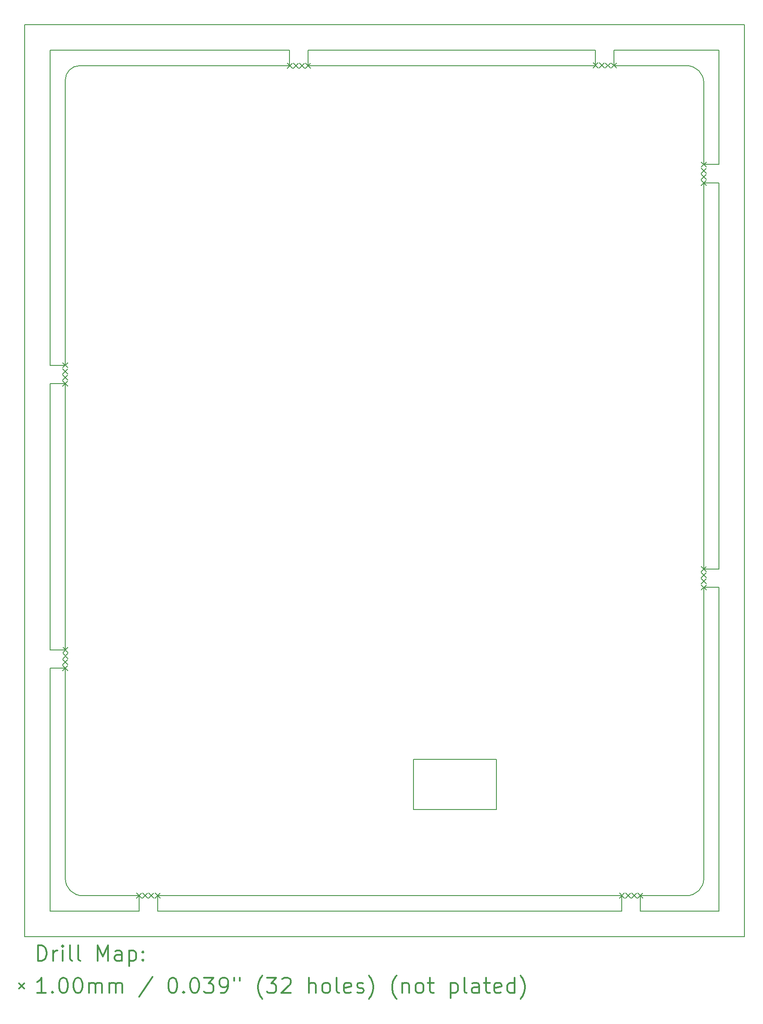
<source format=gbr>
%FSLAX45Y45*%
G04 Gerber Fmt 4.5, Leading zero omitted, Abs format (unit mm)*
G04 Created by KiCad (PCBNEW 4.0.7) date Mon Jan 13 15:14:32 2020*
%MOMM*%
%LPD*%
G01*
G04 APERTURE LIST*
%ADD10C,0.127000*%
%ADD11C,0.150000*%
%ADD12C,0.200000*%
%ADD13C,0.300000*%
G04 APERTURE END LIST*
D10*
D11*
X14805000Y-18640398D02*
X16433378Y-18640398D01*
D12*
X21295048Y-4258678D02*
X7185348Y-4258678D01*
X21295048Y-22109798D02*
X21295048Y-4258678D01*
X7185348Y-22109798D02*
X21295048Y-22109798D01*
X7185348Y-4259948D02*
X7185348Y-22109798D01*
X7186618Y-4259948D02*
X7185348Y-4259948D01*
X7684458Y-4759058D02*
X7684458Y-10923638D01*
X12380918Y-4759058D02*
X7684458Y-4759058D01*
X7684458Y-16496398D02*
X7684458Y-11284318D01*
X7684458Y-21609418D02*
X9429438Y-21609418D01*
X7684458Y-16857078D02*
X7684458Y-21609418D01*
X18890938Y-21609418D02*
X9792658Y-21609418D01*
X20795938Y-21609418D02*
X20795938Y-15274658D01*
X19254158Y-21609418D02*
X20795938Y-21609418D01*
X20795938Y-7354938D02*
X20795938Y-14913978D01*
X20795938Y-4759058D02*
X20795938Y-6994258D01*
X18735998Y-4759058D02*
X20795938Y-4759058D01*
X12744138Y-4759058D02*
X18375318Y-4759058D01*
X7986718Y-16857078D02*
X7684458Y-16857078D01*
X7979098Y-16496398D02*
X7684458Y-16496398D01*
X7984178Y-11284318D02*
X7684458Y-11284318D01*
X7984178Y-10923638D02*
X7684458Y-10923638D01*
X12744138Y-5058778D02*
X12744138Y-4759058D01*
X12380918Y-5058778D02*
X12380918Y-4759058D01*
X18375318Y-5053698D02*
X18375318Y-4759058D01*
X18735998Y-5056238D02*
X18735998Y-4759058D01*
X20496218Y-6994258D02*
X20795938Y-6994258D01*
X20496218Y-7354938D02*
X20795938Y-7354938D01*
X20496218Y-14913978D02*
X20795938Y-14913978D01*
X20496218Y-15274658D02*
X20795938Y-15274658D01*
X19254158Y-21309698D02*
X19254158Y-21609418D01*
X18890938Y-21307158D02*
X18890938Y-21609418D01*
X9792658Y-21307158D02*
X9792658Y-21609418D01*
X9429438Y-21307158D02*
X9429438Y-21609418D01*
X8319458Y-21309698D02*
X9431978Y-21309698D01*
X18893478Y-21309698D02*
X9790118Y-21309698D01*
X20163478Y-21309698D02*
X19251618Y-21309698D01*
X20496218Y-15277198D02*
X20496218Y-20974418D01*
X20496218Y-7354938D02*
X20496218Y-14913978D01*
X20496218Y-6994258D02*
X20498758Y-6994258D01*
X20496218Y-5394058D02*
X20496218Y-6994258D01*
X18735998Y-5058778D02*
X20160938Y-5058778D01*
X18375318Y-5058778D02*
X18375318Y-5056238D01*
X12744138Y-5058778D02*
X18375318Y-5058778D01*
X12383458Y-5058778D02*
X12383458Y-5056238D01*
X8266118Y-5058778D02*
X12383458Y-5058778D01*
X7984178Y-10923638D02*
X7984178Y-5335638D01*
X7984178Y-16496398D02*
X7984178Y-11284318D01*
X7984178Y-20971878D02*
X7984178Y-16851998D01*
X7984178Y-20974418D02*
G75*
G03X8319458Y-21309698I335280J0D01*
G01*
X8263578Y-5058778D02*
G75*
G03X7984178Y-5338178I0J-279400D01*
G01*
D11*
X7984178Y-5338178D02*
X7984178Y-5335638D01*
D12*
X20160938Y-21309698D02*
G75*
G03X20496218Y-20974418I0J335280D01*
G01*
X20496218Y-5394058D02*
G75*
G03X20160938Y-5058778I-335280J0D01*
G01*
D11*
X14805000Y-19622398D02*
X14805000Y-18641398D01*
X16433378Y-19622398D02*
X14805000Y-19622398D01*
X16433378Y-18640398D02*
X16433378Y-19622398D01*
D12*
X7933928Y-11114558D02*
X8033928Y-11214558D01*
X8033928Y-11114558D02*
X7933928Y-11214558D01*
X7933928Y-11234558D02*
X8033928Y-11334558D01*
X8033928Y-11234558D02*
X7933928Y-11334558D01*
X7935198Y-16687318D02*
X8035198Y-16787318D01*
X8035198Y-16687318D02*
X7935198Y-16787318D01*
X7935198Y-16807318D02*
X8035198Y-16907318D01*
X8035198Y-16807318D02*
X7935198Y-16907318D01*
X7935448Y-10873638D02*
X8035448Y-10973638D01*
X8035448Y-10873638D02*
X7935448Y-10973638D01*
X7935448Y-10994288D02*
X8035448Y-11094288D01*
X8035448Y-10994288D02*
X7935448Y-11094288D01*
X7936718Y-16446398D02*
X8036718Y-16546398D01*
X8036718Y-16446398D02*
X7936718Y-16546398D01*
X7936718Y-16567048D02*
X8036718Y-16667048D01*
X8036718Y-16567048D02*
X7936718Y-16667048D01*
X9380468Y-21256908D02*
X9480468Y-21356908D01*
X9480468Y-21256908D02*
X9380468Y-21356908D01*
X9500468Y-21256908D02*
X9600468Y-21356908D01*
X9600468Y-21256908D02*
X9500468Y-21356908D01*
X9620738Y-21258428D02*
X9720738Y-21358428D01*
X9720738Y-21258428D02*
X9620738Y-21358428D01*
X9741388Y-21258428D02*
X9841388Y-21358428D01*
X9841388Y-21258428D02*
X9741388Y-21358428D01*
X12331948Y-5007258D02*
X12431948Y-5107258D01*
X12431948Y-5007258D02*
X12331948Y-5107258D01*
X12451948Y-5007258D02*
X12551948Y-5107258D01*
X12551948Y-5007258D02*
X12451948Y-5107258D01*
X12572218Y-5008778D02*
X12672218Y-5108778D01*
X12672218Y-5008778D02*
X12572218Y-5108778D01*
X12692868Y-5008778D02*
X12792868Y-5108778D01*
X12792868Y-5008778D02*
X12692868Y-5108778D01*
X18325078Y-5004718D02*
X18425078Y-5104718D01*
X18425078Y-5004718D02*
X18325078Y-5104718D01*
X18445078Y-5004718D02*
X18545078Y-5104718D01*
X18545078Y-5004718D02*
X18445078Y-5104718D01*
X18565348Y-5006238D02*
X18665348Y-5106238D01*
X18665348Y-5006238D02*
X18565348Y-5106238D01*
X18685998Y-5006238D02*
X18785998Y-5106238D01*
X18785998Y-5006238D02*
X18685998Y-5106238D01*
X18841968Y-21258178D02*
X18941968Y-21358178D01*
X18941968Y-21258178D02*
X18841968Y-21358178D01*
X18961968Y-21258178D02*
X19061968Y-21358178D01*
X19061968Y-21258178D02*
X18961968Y-21358178D01*
X19082238Y-21259698D02*
X19182238Y-21359698D01*
X19182238Y-21259698D02*
X19082238Y-21359698D01*
X19202888Y-21259698D02*
X19302888Y-21359698D01*
X19302888Y-21259698D02*
X19202888Y-21359698D01*
X20445968Y-7185178D02*
X20545968Y-7285178D01*
X20545968Y-7185178D02*
X20445968Y-7285178D01*
X20445968Y-7305178D02*
X20545968Y-7405178D01*
X20545968Y-7305178D02*
X20445968Y-7405178D01*
X20445968Y-15104898D02*
X20545968Y-15204898D01*
X20545968Y-15104898D02*
X20445968Y-15204898D01*
X20445968Y-15224898D02*
X20545968Y-15324898D01*
X20545968Y-15224898D02*
X20445968Y-15324898D01*
X20447488Y-6944258D02*
X20547488Y-7044258D01*
X20547488Y-6944258D02*
X20447488Y-7044258D01*
X20447488Y-7064908D02*
X20547488Y-7164908D01*
X20547488Y-7064908D02*
X20447488Y-7164908D01*
X20447488Y-14863978D02*
X20547488Y-14963978D01*
X20547488Y-14863978D02*
X20447488Y-14963978D01*
X20447488Y-14984628D02*
X20547488Y-15084628D01*
X20547488Y-14984628D02*
X20447488Y-15084628D01*
D13*
X7446776Y-22585512D02*
X7446776Y-22285512D01*
X7518205Y-22285512D01*
X7561062Y-22299798D01*
X7589634Y-22328370D01*
X7603919Y-22356941D01*
X7618205Y-22414084D01*
X7618205Y-22456941D01*
X7603919Y-22514084D01*
X7589634Y-22542655D01*
X7561062Y-22571227D01*
X7518205Y-22585512D01*
X7446776Y-22585512D01*
X7746776Y-22585512D02*
X7746776Y-22385512D01*
X7746776Y-22442655D02*
X7761062Y-22414084D01*
X7775348Y-22399798D01*
X7803919Y-22385512D01*
X7832491Y-22385512D01*
X7932491Y-22585512D02*
X7932491Y-22385512D01*
X7932491Y-22285512D02*
X7918205Y-22299798D01*
X7932491Y-22314084D01*
X7946776Y-22299798D01*
X7932491Y-22285512D01*
X7932491Y-22314084D01*
X8118205Y-22585512D02*
X8089634Y-22571227D01*
X8075348Y-22542655D01*
X8075348Y-22285512D01*
X8275348Y-22585512D02*
X8246776Y-22571227D01*
X8232491Y-22542655D01*
X8232491Y-22285512D01*
X8618205Y-22585512D02*
X8618205Y-22285512D01*
X8718205Y-22499798D01*
X8818205Y-22285512D01*
X8818205Y-22585512D01*
X9089634Y-22585512D02*
X9089634Y-22428369D01*
X9075348Y-22399798D01*
X9046777Y-22385512D01*
X8989634Y-22385512D01*
X8961062Y-22399798D01*
X9089634Y-22571227D02*
X9061062Y-22585512D01*
X8989634Y-22585512D01*
X8961062Y-22571227D01*
X8946777Y-22542655D01*
X8946777Y-22514084D01*
X8961062Y-22485512D01*
X8989634Y-22471227D01*
X9061062Y-22471227D01*
X9089634Y-22456941D01*
X9232491Y-22385512D02*
X9232491Y-22685512D01*
X9232491Y-22399798D02*
X9261062Y-22385512D01*
X9318205Y-22385512D01*
X9346777Y-22399798D01*
X9361062Y-22414084D01*
X9375348Y-22442655D01*
X9375348Y-22528369D01*
X9361062Y-22556941D01*
X9346777Y-22571227D01*
X9318205Y-22585512D01*
X9261062Y-22585512D01*
X9232491Y-22571227D01*
X9503919Y-22556941D02*
X9518205Y-22571227D01*
X9503919Y-22585512D01*
X9489634Y-22571227D01*
X9503919Y-22556941D01*
X9503919Y-22585512D01*
X9503919Y-22399798D02*
X9518205Y-22414084D01*
X9503919Y-22428369D01*
X9489634Y-22414084D01*
X9503919Y-22399798D01*
X9503919Y-22428369D01*
X7075348Y-23029798D02*
X7175348Y-23129798D01*
X7175348Y-23029798D02*
X7075348Y-23129798D01*
X7603919Y-23215512D02*
X7432491Y-23215512D01*
X7518205Y-23215512D02*
X7518205Y-22915512D01*
X7489634Y-22958369D01*
X7461062Y-22986941D01*
X7432491Y-23001227D01*
X7732491Y-23186941D02*
X7746776Y-23201227D01*
X7732491Y-23215512D01*
X7718205Y-23201227D01*
X7732491Y-23186941D01*
X7732491Y-23215512D01*
X7932491Y-22915512D02*
X7961062Y-22915512D01*
X7989634Y-22929798D01*
X8003919Y-22944084D01*
X8018205Y-22972655D01*
X8032491Y-23029798D01*
X8032491Y-23101227D01*
X8018205Y-23158369D01*
X8003919Y-23186941D01*
X7989634Y-23201227D01*
X7961062Y-23215512D01*
X7932491Y-23215512D01*
X7903919Y-23201227D01*
X7889634Y-23186941D01*
X7875348Y-23158369D01*
X7861062Y-23101227D01*
X7861062Y-23029798D01*
X7875348Y-22972655D01*
X7889634Y-22944084D01*
X7903919Y-22929798D01*
X7932491Y-22915512D01*
X8218205Y-22915512D02*
X8246776Y-22915512D01*
X8275348Y-22929798D01*
X8289634Y-22944084D01*
X8303919Y-22972655D01*
X8318205Y-23029798D01*
X8318205Y-23101227D01*
X8303919Y-23158369D01*
X8289634Y-23186941D01*
X8275348Y-23201227D01*
X8246776Y-23215512D01*
X8218205Y-23215512D01*
X8189634Y-23201227D01*
X8175348Y-23186941D01*
X8161062Y-23158369D01*
X8146776Y-23101227D01*
X8146776Y-23029798D01*
X8161062Y-22972655D01*
X8175348Y-22944084D01*
X8189634Y-22929798D01*
X8218205Y-22915512D01*
X8446777Y-23215512D02*
X8446777Y-23015512D01*
X8446777Y-23044084D02*
X8461062Y-23029798D01*
X8489634Y-23015512D01*
X8532491Y-23015512D01*
X8561062Y-23029798D01*
X8575348Y-23058369D01*
X8575348Y-23215512D01*
X8575348Y-23058369D02*
X8589634Y-23029798D01*
X8618205Y-23015512D01*
X8661062Y-23015512D01*
X8689634Y-23029798D01*
X8703919Y-23058369D01*
X8703919Y-23215512D01*
X8846777Y-23215512D02*
X8846777Y-23015512D01*
X8846777Y-23044084D02*
X8861062Y-23029798D01*
X8889634Y-23015512D01*
X8932491Y-23015512D01*
X8961062Y-23029798D01*
X8975348Y-23058369D01*
X8975348Y-23215512D01*
X8975348Y-23058369D02*
X8989634Y-23029798D01*
X9018205Y-23015512D01*
X9061062Y-23015512D01*
X9089634Y-23029798D01*
X9103919Y-23058369D01*
X9103919Y-23215512D01*
X9689634Y-22901227D02*
X9432491Y-23286941D01*
X10075348Y-22915512D02*
X10103919Y-22915512D01*
X10132491Y-22929798D01*
X10146776Y-22944084D01*
X10161062Y-22972655D01*
X10175348Y-23029798D01*
X10175348Y-23101227D01*
X10161062Y-23158369D01*
X10146776Y-23186941D01*
X10132491Y-23201227D01*
X10103919Y-23215512D01*
X10075348Y-23215512D01*
X10046776Y-23201227D01*
X10032491Y-23186941D01*
X10018205Y-23158369D01*
X10003919Y-23101227D01*
X10003919Y-23029798D01*
X10018205Y-22972655D01*
X10032491Y-22944084D01*
X10046776Y-22929798D01*
X10075348Y-22915512D01*
X10303919Y-23186941D02*
X10318205Y-23201227D01*
X10303919Y-23215512D01*
X10289634Y-23201227D01*
X10303919Y-23186941D01*
X10303919Y-23215512D01*
X10503919Y-22915512D02*
X10532491Y-22915512D01*
X10561062Y-22929798D01*
X10575348Y-22944084D01*
X10589634Y-22972655D01*
X10603919Y-23029798D01*
X10603919Y-23101227D01*
X10589634Y-23158369D01*
X10575348Y-23186941D01*
X10561062Y-23201227D01*
X10532491Y-23215512D01*
X10503919Y-23215512D01*
X10475348Y-23201227D01*
X10461062Y-23186941D01*
X10446776Y-23158369D01*
X10432491Y-23101227D01*
X10432491Y-23029798D01*
X10446776Y-22972655D01*
X10461062Y-22944084D01*
X10475348Y-22929798D01*
X10503919Y-22915512D01*
X10703919Y-22915512D02*
X10889634Y-22915512D01*
X10789634Y-23029798D01*
X10832491Y-23029798D01*
X10861062Y-23044084D01*
X10875348Y-23058369D01*
X10889634Y-23086941D01*
X10889634Y-23158369D01*
X10875348Y-23186941D01*
X10861062Y-23201227D01*
X10832491Y-23215512D01*
X10746776Y-23215512D01*
X10718205Y-23201227D01*
X10703919Y-23186941D01*
X11032491Y-23215512D02*
X11089634Y-23215512D01*
X11118205Y-23201227D01*
X11132491Y-23186941D01*
X11161062Y-23144084D01*
X11175348Y-23086941D01*
X11175348Y-22972655D01*
X11161062Y-22944084D01*
X11146776Y-22929798D01*
X11118205Y-22915512D01*
X11061062Y-22915512D01*
X11032491Y-22929798D01*
X11018205Y-22944084D01*
X11003919Y-22972655D01*
X11003919Y-23044084D01*
X11018205Y-23072655D01*
X11032491Y-23086941D01*
X11061062Y-23101227D01*
X11118205Y-23101227D01*
X11146776Y-23086941D01*
X11161062Y-23072655D01*
X11175348Y-23044084D01*
X11289634Y-22915512D02*
X11289634Y-22972655D01*
X11403919Y-22915512D02*
X11403919Y-22972655D01*
X11846776Y-23329798D02*
X11832491Y-23315512D01*
X11803919Y-23272655D01*
X11789633Y-23244084D01*
X11775348Y-23201227D01*
X11761062Y-23129798D01*
X11761062Y-23072655D01*
X11775348Y-23001227D01*
X11789633Y-22958369D01*
X11803919Y-22929798D01*
X11832491Y-22886941D01*
X11846776Y-22872655D01*
X11932491Y-22915512D02*
X12118205Y-22915512D01*
X12018205Y-23029798D01*
X12061062Y-23029798D01*
X12089633Y-23044084D01*
X12103919Y-23058369D01*
X12118205Y-23086941D01*
X12118205Y-23158369D01*
X12103919Y-23186941D01*
X12089633Y-23201227D01*
X12061062Y-23215512D01*
X11975348Y-23215512D01*
X11946776Y-23201227D01*
X11932491Y-23186941D01*
X12232491Y-22944084D02*
X12246776Y-22929798D01*
X12275348Y-22915512D01*
X12346776Y-22915512D01*
X12375348Y-22929798D01*
X12389633Y-22944084D01*
X12403919Y-22972655D01*
X12403919Y-23001227D01*
X12389633Y-23044084D01*
X12218205Y-23215512D01*
X12403919Y-23215512D01*
X12761062Y-23215512D02*
X12761062Y-22915512D01*
X12889633Y-23215512D02*
X12889633Y-23058369D01*
X12875348Y-23029798D01*
X12846776Y-23015512D01*
X12803919Y-23015512D01*
X12775348Y-23029798D01*
X12761062Y-23044084D01*
X13075348Y-23215512D02*
X13046776Y-23201227D01*
X13032491Y-23186941D01*
X13018205Y-23158369D01*
X13018205Y-23072655D01*
X13032491Y-23044084D01*
X13046776Y-23029798D01*
X13075348Y-23015512D01*
X13118205Y-23015512D01*
X13146776Y-23029798D01*
X13161062Y-23044084D01*
X13175348Y-23072655D01*
X13175348Y-23158369D01*
X13161062Y-23186941D01*
X13146776Y-23201227D01*
X13118205Y-23215512D01*
X13075348Y-23215512D01*
X13346776Y-23215512D02*
X13318205Y-23201227D01*
X13303919Y-23172655D01*
X13303919Y-22915512D01*
X13575348Y-23201227D02*
X13546776Y-23215512D01*
X13489634Y-23215512D01*
X13461062Y-23201227D01*
X13446776Y-23172655D01*
X13446776Y-23058369D01*
X13461062Y-23029798D01*
X13489634Y-23015512D01*
X13546776Y-23015512D01*
X13575348Y-23029798D01*
X13589634Y-23058369D01*
X13589634Y-23086941D01*
X13446776Y-23115512D01*
X13703919Y-23201227D02*
X13732491Y-23215512D01*
X13789634Y-23215512D01*
X13818205Y-23201227D01*
X13832491Y-23172655D01*
X13832491Y-23158369D01*
X13818205Y-23129798D01*
X13789634Y-23115512D01*
X13746776Y-23115512D01*
X13718205Y-23101227D01*
X13703919Y-23072655D01*
X13703919Y-23058369D01*
X13718205Y-23029798D01*
X13746776Y-23015512D01*
X13789634Y-23015512D01*
X13818205Y-23029798D01*
X13932491Y-23329798D02*
X13946776Y-23315512D01*
X13975348Y-23272655D01*
X13989634Y-23244084D01*
X14003919Y-23201227D01*
X14018205Y-23129798D01*
X14018205Y-23072655D01*
X14003919Y-23001227D01*
X13989634Y-22958369D01*
X13975348Y-22929798D01*
X13946776Y-22886941D01*
X13932491Y-22872655D01*
X14475348Y-23329798D02*
X14461062Y-23315512D01*
X14432491Y-23272655D01*
X14418205Y-23244084D01*
X14403919Y-23201227D01*
X14389634Y-23129798D01*
X14389634Y-23072655D01*
X14403919Y-23001227D01*
X14418205Y-22958369D01*
X14432491Y-22929798D01*
X14461062Y-22886941D01*
X14475348Y-22872655D01*
X14589634Y-23015512D02*
X14589634Y-23215512D01*
X14589634Y-23044084D02*
X14603919Y-23029798D01*
X14632491Y-23015512D01*
X14675348Y-23015512D01*
X14703919Y-23029798D01*
X14718205Y-23058369D01*
X14718205Y-23215512D01*
X14903919Y-23215512D02*
X14875348Y-23201227D01*
X14861062Y-23186941D01*
X14846776Y-23158369D01*
X14846776Y-23072655D01*
X14861062Y-23044084D01*
X14875348Y-23029798D01*
X14903919Y-23015512D01*
X14946776Y-23015512D01*
X14975348Y-23029798D01*
X14989634Y-23044084D01*
X15003919Y-23072655D01*
X15003919Y-23158369D01*
X14989634Y-23186941D01*
X14975348Y-23201227D01*
X14946776Y-23215512D01*
X14903919Y-23215512D01*
X15089634Y-23015512D02*
X15203919Y-23015512D01*
X15132491Y-22915512D02*
X15132491Y-23172655D01*
X15146776Y-23201227D01*
X15175348Y-23215512D01*
X15203919Y-23215512D01*
X15532491Y-23015512D02*
X15532491Y-23315512D01*
X15532491Y-23029798D02*
X15561062Y-23015512D01*
X15618205Y-23015512D01*
X15646776Y-23029798D01*
X15661062Y-23044084D01*
X15675348Y-23072655D01*
X15675348Y-23158369D01*
X15661062Y-23186941D01*
X15646776Y-23201227D01*
X15618205Y-23215512D01*
X15561062Y-23215512D01*
X15532491Y-23201227D01*
X15846776Y-23215512D02*
X15818205Y-23201227D01*
X15803919Y-23172655D01*
X15803919Y-22915512D01*
X16089634Y-23215512D02*
X16089634Y-23058369D01*
X16075348Y-23029798D01*
X16046777Y-23015512D01*
X15989634Y-23015512D01*
X15961062Y-23029798D01*
X16089634Y-23201227D02*
X16061062Y-23215512D01*
X15989634Y-23215512D01*
X15961062Y-23201227D01*
X15946777Y-23172655D01*
X15946777Y-23144084D01*
X15961062Y-23115512D01*
X15989634Y-23101227D01*
X16061062Y-23101227D01*
X16089634Y-23086941D01*
X16189634Y-23015512D02*
X16303919Y-23015512D01*
X16232491Y-22915512D02*
X16232491Y-23172655D01*
X16246777Y-23201227D01*
X16275348Y-23215512D01*
X16303919Y-23215512D01*
X16518205Y-23201227D02*
X16489634Y-23215512D01*
X16432491Y-23215512D01*
X16403919Y-23201227D01*
X16389634Y-23172655D01*
X16389634Y-23058369D01*
X16403919Y-23029798D01*
X16432491Y-23015512D01*
X16489634Y-23015512D01*
X16518205Y-23029798D01*
X16532491Y-23058369D01*
X16532491Y-23086941D01*
X16389634Y-23115512D01*
X16789634Y-23215512D02*
X16789634Y-22915512D01*
X16789634Y-23201227D02*
X16761062Y-23215512D01*
X16703919Y-23215512D01*
X16675348Y-23201227D01*
X16661062Y-23186941D01*
X16646777Y-23158369D01*
X16646777Y-23072655D01*
X16661062Y-23044084D01*
X16675348Y-23029798D01*
X16703919Y-23015512D01*
X16761062Y-23015512D01*
X16789634Y-23029798D01*
X16903920Y-23329798D02*
X16918205Y-23315512D01*
X16946777Y-23272655D01*
X16961062Y-23244084D01*
X16975348Y-23201227D01*
X16989634Y-23129798D01*
X16989634Y-23072655D01*
X16975348Y-23001227D01*
X16961062Y-22958369D01*
X16946777Y-22929798D01*
X16918205Y-22886941D01*
X16903920Y-22872655D01*
M02*

</source>
